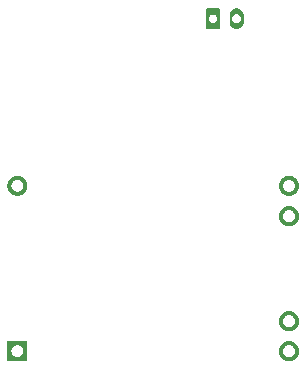
<source format=gbr>
%TF.GenerationSoftware,Flux,Pcbnew,7.0.11-7.0.11~ubuntu20.04.1*%
%TF.CreationDate,2024-08-13T10:52:44+00:00*%
%TF.ProjectId,input,696e7075-742e-46b6-9963-61645f706362,rev?*%
%TF.SameCoordinates,Original*%
%TF.FileFunction,Soldermask,Bot*%
%TF.FilePolarity,Negative*%
%FSLAX46Y46*%
G04 Gerber Fmt 4.6, Leading zero omitted, Abs format (unit mm)*
G04 Filename: wirelessvoltmeter*
G04 Build it with Flux! Visit our site at: https://www.flux.ai (PCBNEW 7.0.11-7.0.11~ubuntu20.04.1) date 2024-08-13 10:52:44*
%MOMM*%
%LPD*%
G01*
G04 APERTURE LIST*
G04 APERTURE END LIST*
%TO.C,*%
G36*
X14607639Y6873374D02*
G01*
X14636946Y6870488D01*
X14666077Y6866167D01*
X14694961Y6860421D01*
X14723528Y6853266D01*
X14751709Y6844717D01*
X14779437Y6834796D01*
X14806645Y6823526D01*
X14833267Y6810935D01*
X14859239Y6797052D01*
X14884499Y6781912D01*
X14908985Y6765551D01*
X14932639Y6748008D01*
X14955404Y6729325D01*
X14977224Y6709548D01*
X14998048Y6688724D01*
X15017825Y6666904D01*
X15036508Y6644139D01*
X15054051Y6620485D01*
X15070412Y6595999D01*
X15085552Y6570739D01*
X15099435Y6544767D01*
X15112026Y6518145D01*
X15123296Y6490937D01*
X15133217Y6463209D01*
X15141766Y6435028D01*
X15148921Y6406461D01*
X15154667Y6377577D01*
X15158988Y6348446D01*
X15161874Y6319139D01*
X15163319Y6289725D01*
X15163319Y5710275D01*
X15161874Y5680861D01*
X15158988Y5651554D01*
X15154667Y5622423D01*
X15148921Y5593539D01*
X15141766Y5564972D01*
X15133217Y5536791D01*
X15123296Y5509063D01*
X15112026Y5481855D01*
X15099435Y5455233D01*
X15085552Y5429261D01*
X15070412Y5404001D01*
X15054051Y5379515D01*
X15036508Y5355861D01*
X15017825Y5333096D01*
X14998048Y5311276D01*
X14977224Y5290452D01*
X14955404Y5270675D01*
X14932639Y5251992D01*
X14908985Y5234449D01*
X14884499Y5218088D01*
X14859239Y5202948D01*
X14833267Y5189065D01*
X14806645Y5176474D01*
X14779437Y5165204D01*
X14751709Y5155283D01*
X14723528Y5146734D01*
X14694961Y5139579D01*
X14666077Y5133833D01*
X14636946Y5129512D01*
X14607639Y5126626D01*
X14578225Y5125181D01*
X14548775Y5125181D01*
X14519361Y5126626D01*
X14490054Y5129512D01*
X14460923Y5133833D01*
X14432039Y5139579D01*
X14403472Y5146734D01*
X14375291Y5155283D01*
X14347563Y5165204D01*
X14320355Y5176474D01*
X14293733Y5189065D01*
X14267761Y5202948D01*
X14242501Y5218088D01*
X14218015Y5234449D01*
X14194361Y5251992D01*
X14171596Y5270675D01*
X14149776Y5290452D01*
X14128952Y5311276D01*
X14109175Y5333096D01*
X14090492Y5355861D01*
X14072949Y5379515D01*
X14056588Y5404001D01*
X14041448Y5429261D01*
X14027565Y5455233D01*
X14014974Y5481855D01*
X14003704Y5509063D01*
X13993783Y5536791D01*
X13985234Y5564972D01*
X13978079Y5593539D01*
X13972333Y5622423D01*
X13968012Y5651554D01*
X13965126Y5680861D01*
X13963681Y5710275D01*
X13963681Y5739725D01*
X13963681Y5990797D01*
X14188613Y5990797D01*
X14189516Y5972413D01*
X14191320Y5954096D01*
X14194021Y5935889D01*
X14197612Y5917837D01*
X14202084Y5899983D01*
X14207427Y5882369D01*
X14213628Y5865039D01*
X14220671Y5848035D01*
X14228541Y5831396D01*
X14237217Y5815163D01*
X14246680Y5799376D01*
X14256906Y5784072D01*
X14267870Y5769288D01*
X14279547Y5755060D01*
X14291907Y5741422D01*
X14304922Y5728407D01*
X14318560Y5716047D01*
X14332788Y5704370D01*
X14347572Y5693406D01*
X14362876Y5683180D01*
X14378663Y5673717D01*
X14394896Y5665041D01*
X14411535Y5657171D01*
X14428539Y5650128D01*
X14445869Y5643927D01*
X14463483Y5638584D01*
X14481337Y5634112D01*
X14499389Y5630521D01*
X14517596Y5627820D01*
X14535913Y5626016D01*
X14554297Y5625113D01*
X14572703Y5625113D01*
X14591087Y5626016D01*
X14609404Y5627820D01*
X14627611Y5630521D01*
X14645663Y5634112D01*
X14663517Y5638584D01*
X14681131Y5643927D01*
X14698461Y5650128D01*
X14715465Y5657171D01*
X14732104Y5665041D01*
X14748337Y5673717D01*
X14764124Y5683180D01*
X14779428Y5693406D01*
X14794212Y5704370D01*
X14808440Y5716047D01*
X14822078Y5728407D01*
X14835093Y5741422D01*
X14847453Y5755060D01*
X14859130Y5769288D01*
X14870094Y5784072D01*
X14880320Y5799376D01*
X14889783Y5815163D01*
X14898459Y5831396D01*
X14906329Y5848035D01*
X14913372Y5865039D01*
X14919573Y5882369D01*
X14924916Y5899983D01*
X14929388Y5917837D01*
X14932979Y5935889D01*
X14935680Y5954096D01*
X14937484Y5972413D01*
X14938387Y5990797D01*
X14938387Y6009203D01*
X14937484Y6027587D01*
X14935680Y6045904D01*
X14932979Y6064111D01*
X14929388Y6082163D01*
X14924916Y6100017D01*
X14919573Y6117631D01*
X14913372Y6134961D01*
X14906329Y6151965D01*
X14898459Y6168604D01*
X14889783Y6184837D01*
X14880320Y6200624D01*
X14870094Y6215928D01*
X14859130Y6230712D01*
X14847453Y6244940D01*
X14835093Y6258578D01*
X14822078Y6271593D01*
X14808440Y6283953D01*
X14794212Y6295630D01*
X14779428Y6306594D01*
X14764124Y6316820D01*
X14748337Y6326283D01*
X14732104Y6334959D01*
X14715465Y6342829D01*
X14698461Y6349872D01*
X14681131Y6356073D01*
X14663517Y6361416D01*
X14645663Y6365888D01*
X14627611Y6369479D01*
X14609404Y6372180D01*
X14591087Y6373984D01*
X14572703Y6374887D01*
X14554297Y6374887D01*
X14535913Y6373984D01*
X14517596Y6372180D01*
X14499389Y6369479D01*
X14481337Y6365888D01*
X14463483Y6361416D01*
X14445869Y6356073D01*
X14428539Y6349872D01*
X14411535Y6342829D01*
X14394896Y6334959D01*
X14378663Y6326283D01*
X14362876Y6316820D01*
X14347572Y6306594D01*
X14332788Y6295630D01*
X14318560Y6283953D01*
X14304922Y6271593D01*
X14291907Y6258578D01*
X14279547Y6244940D01*
X14267870Y6230712D01*
X14256906Y6215928D01*
X14246680Y6200624D01*
X14237217Y6184837D01*
X14228541Y6168604D01*
X14220671Y6151965D01*
X14213628Y6134961D01*
X14207427Y6117631D01*
X14202084Y6100017D01*
X14197612Y6082163D01*
X14194021Y6064111D01*
X14191320Y6045904D01*
X14189516Y6027587D01*
X14188613Y6009203D01*
X14188613Y5990797D01*
X13963681Y5990797D01*
X13963681Y6289725D01*
X13965126Y6319139D01*
X13968012Y6348446D01*
X13972333Y6377577D01*
X13978079Y6406461D01*
X13985234Y6435028D01*
X13993783Y6463209D01*
X14003704Y6490937D01*
X14014974Y6518145D01*
X14027565Y6544767D01*
X14041448Y6570739D01*
X14056588Y6595999D01*
X14072949Y6620485D01*
X14090492Y6644139D01*
X14109175Y6666904D01*
X14128952Y6688724D01*
X14149776Y6709548D01*
X14171596Y6729325D01*
X14194361Y6748008D01*
X14218015Y6765551D01*
X14242501Y6781912D01*
X14267761Y6797052D01*
X14293733Y6810935D01*
X14320355Y6823526D01*
X14347563Y6834796D01*
X14375291Y6844717D01*
X14403472Y6853266D01*
X14432039Y6860421D01*
X14460923Y6866167D01*
X14490054Y6870488D01*
X14519361Y6873374D01*
X14548775Y6874819D01*
X14578225Y6874819D01*
X14607639Y6873374D01*
G37*
G36*
X13040881Y6874719D02*
G01*
X13049425Y6873878D01*
X13057896Y6872479D01*
X13066257Y6870529D01*
X13074473Y6868037D01*
X13082508Y6865013D01*
X13090328Y6861470D01*
X13097900Y6857423D01*
X13105191Y6852889D01*
X13112169Y6847888D01*
X13118806Y6842441D01*
X13125072Y6836572D01*
X13130941Y6830306D01*
X13136388Y6823669D01*
X13141389Y6816691D01*
X13145923Y6809400D01*
X13149970Y6801828D01*
X13153513Y6794008D01*
X13156537Y6785973D01*
X13159029Y6777757D01*
X13160979Y6769396D01*
X13162378Y6760925D01*
X13163219Y6752381D01*
X13163500Y6743800D01*
X13163500Y5256200D01*
X13163219Y5247619D01*
X13162378Y5239075D01*
X13160979Y5230604D01*
X13159029Y5222243D01*
X13156537Y5214027D01*
X13153513Y5205992D01*
X13149970Y5198172D01*
X13145923Y5190600D01*
X13141389Y5183309D01*
X13136388Y5176331D01*
X13130941Y5169694D01*
X13125072Y5163428D01*
X13118806Y5157559D01*
X13112169Y5152112D01*
X13105191Y5147111D01*
X13097900Y5142577D01*
X13090328Y5138530D01*
X13082508Y5134987D01*
X13074473Y5131963D01*
X13066257Y5129471D01*
X13057896Y5127521D01*
X13049425Y5126122D01*
X13040881Y5125281D01*
X13032300Y5125000D01*
X12094700Y5125000D01*
X12086119Y5125281D01*
X12077575Y5126122D01*
X12069104Y5127521D01*
X12060743Y5129471D01*
X12052527Y5131963D01*
X12044492Y5134987D01*
X12036672Y5138530D01*
X12029100Y5142577D01*
X12021809Y5147111D01*
X12014831Y5152112D01*
X12008194Y5157559D01*
X12001928Y5163428D01*
X11996059Y5169694D01*
X11990612Y5176331D01*
X11985611Y5183309D01*
X11981077Y5190600D01*
X11977030Y5198172D01*
X11973487Y5205992D01*
X11970463Y5214027D01*
X11967971Y5222243D01*
X11966021Y5230604D01*
X11964622Y5239075D01*
X11963781Y5247619D01*
X11963500Y5256200D01*
X11963500Y5991411D01*
X12213605Y5991411D01*
X12214448Y5974252D01*
X12216132Y5957156D01*
X12218653Y5940163D01*
X12222004Y5923315D01*
X12226178Y5906651D01*
X12231165Y5890211D01*
X12236953Y5874037D01*
X12243527Y5858166D01*
X12250871Y5842636D01*
X12258970Y5827486D01*
X12267801Y5812751D01*
X12277345Y5798467D01*
X12287579Y5784669D01*
X12298477Y5771390D01*
X12310014Y5758661D01*
X12322161Y5746514D01*
X12334890Y5734977D01*
X12348169Y5724079D01*
X12361967Y5713845D01*
X12376251Y5704301D01*
X12390986Y5695470D01*
X12406136Y5687371D01*
X12421666Y5680027D01*
X12437537Y5673453D01*
X12453711Y5667665D01*
X12470151Y5662678D01*
X12486815Y5658504D01*
X12503663Y5655153D01*
X12520656Y5652632D01*
X12537752Y5650948D01*
X12554911Y5650105D01*
X12572089Y5650105D01*
X12589248Y5650948D01*
X12606344Y5652632D01*
X12623337Y5655153D01*
X12640185Y5658504D01*
X12656849Y5662678D01*
X12673289Y5667665D01*
X12689463Y5673453D01*
X12705334Y5680027D01*
X12720864Y5687371D01*
X12736014Y5695470D01*
X12750749Y5704301D01*
X12765033Y5713845D01*
X12778831Y5724079D01*
X12792110Y5734977D01*
X12797127Y5739524D01*
X12804839Y5746514D01*
X12816986Y5758661D01*
X12828523Y5771390D01*
X12839421Y5784669D01*
X12849655Y5798467D01*
X12859199Y5812751D01*
X12868030Y5827486D01*
X12876129Y5842636D01*
X12883473Y5858166D01*
X12890047Y5874037D01*
X12895835Y5890211D01*
X12900822Y5906651D01*
X12904996Y5923315D01*
X12908347Y5940163D01*
X12910868Y5957156D01*
X12912552Y5974252D01*
X12913395Y5991411D01*
X12913395Y6008589D01*
X12912552Y6025748D01*
X12910868Y6042844D01*
X12908347Y6059837D01*
X12904996Y6076685D01*
X12900822Y6093349D01*
X12895835Y6109789D01*
X12890047Y6125963D01*
X12883473Y6141834D01*
X12876129Y6157364D01*
X12868030Y6172514D01*
X12859199Y6187249D01*
X12849655Y6201533D01*
X12839421Y6215331D01*
X12828523Y6228610D01*
X12816986Y6241339D01*
X12804839Y6253486D01*
X12792110Y6265023D01*
X12778831Y6275921D01*
X12765033Y6286155D01*
X12750749Y6295699D01*
X12736014Y6304530D01*
X12720864Y6312629D01*
X12705334Y6319973D01*
X12689463Y6326547D01*
X12673289Y6332335D01*
X12656849Y6337322D01*
X12640185Y6341496D01*
X12623337Y6344847D01*
X12606344Y6347368D01*
X12589248Y6349052D01*
X12572089Y6349895D01*
X12554911Y6349895D01*
X12537752Y6349052D01*
X12520656Y6347368D01*
X12503663Y6344847D01*
X12486815Y6341496D01*
X12470151Y6337322D01*
X12453711Y6332335D01*
X12437537Y6326547D01*
X12421666Y6319973D01*
X12406136Y6312629D01*
X12390986Y6304530D01*
X12376251Y6295699D01*
X12361967Y6286155D01*
X12348169Y6275921D01*
X12334890Y6265023D01*
X12322161Y6253486D01*
X12310014Y6241339D01*
X12298477Y6228610D01*
X12287579Y6215331D01*
X12277345Y6201533D01*
X12267801Y6187249D01*
X12258970Y6172514D01*
X12250871Y6157364D01*
X12243527Y6141834D01*
X12236953Y6125963D01*
X12231165Y6109789D01*
X12226178Y6093349D01*
X12222004Y6076685D01*
X12218653Y6059837D01*
X12216132Y6042844D01*
X12214448Y6025748D01*
X12213605Y6008589D01*
X12213605Y5991411D01*
X11963500Y5991411D01*
X11963500Y6743800D01*
X11963781Y6752381D01*
X11964622Y6760925D01*
X11966021Y6769396D01*
X11967971Y6777757D01*
X11970463Y6785973D01*
X11973487Y6794008D01*
X11977030Y6801828D01*
X11981077Y6809400D01*
X11985611Y6816691D01*
X11990612Y6823669D01*
X11996059Y6830306D01*
X12001928Y6836572D01*
X12008194Y6842441D01*
X12014831Y6847888D01*
X12021809Y6852889D01*
X12029100Y6857423D01*
X12036672Y6861470D01*
X12044492Y6865013D01*
X12052527Y6868037D01*
X12060743Y6870529D01*
X12069104Y6872479D01*
X12077575Y6873878D01*
X12086119Y6874719D01*
X12094700Y6875000D01*
X13032300Y6875000D01*
X13040881Y6874719D01*
G37*
G36*
X19062530Y-9866503D02*
G01*
X19104049Y-9870592D01*
X19145318Y-9876714D01*
X19186236Y-9884853D01*
X19226706Y-9894990D01*
X19266629Y-9907101D01*
X19305911Y-9921156D01*
X19344455Y-9937122D01*
X19382170Y-9954959D01*
X19418963Y-9974626D01*
X19454748Y-9996074D01*
X19489437Y-10019253D01*
X19522947Y-10044106D01*
X19555197Y-10070572D01*
X19586109Y-10098590D01*
X19615610Y-10128091D01*
X19643628Y-10159003D01*
X19670094Y-10191253D01*
X19694947Y-10224763D01*
X19718126Y-10259452D01*
X19739574Y-10295237D01*
X19759241Y-10332030D01*
X19777078Y-10369745D01*
X19793044Y-10408289D01*
X19807099Y-10447571D01*
X19819210Y-10487494D01*
X19829347Y-10527964D01*
X19837486Y-10568882D01*
X19843608Y-10610151D01*
X19847697Y-10651670D01*
X19849744Y-10693340D01*
X19849744Y-10735060D01*
X19847697Y-10776730D01*
X19843608Y-10818249D01*
X19837486Y-10859518D01*
X19829347Y-10900436D01*
X19819210Y-10940906D01*
X19807099Y-10980829D01*
X19793044Y-11020111D01*
X19777078Y-11058655D01*
X19759241Y-11096370D01*
X19739574Y-11133163D01*
X19718126Y-11168948D01*
X19694947Y-11203637D01*
X19670094Y-11237147D01*
X19643628Y-11269397D01*
X19615610Y-11300309D01*
X19586109Y-11329810D01*
X19555197Y-11357828D01*
X19522947Y-11384294D01*
X19489437Y-11409147D01*
X19454748Y-11432326D01*
X19418963Y-11453774D01*
X19382170Y-11473441D01*
X19344455Y-11491278D01*
X19305911Y-11507244D01*
X19266629Y-11521299D01*
X19226706Y-11533410D01*
X19186236Y-11543547D01*
X19145318Y-11551686D01*
X19104049Y-11557808D01*
X19062530Y-11561897D01*
X19020860Y-11563944D01*
X18979140Y-11563944D01*
X18937470Y-11561897D01*
X18895951Y-11557808D01*
X18854682Y-11551686D01*
X18813764Y-11543547D01*
X18773294Y-11533410D01*
X18733371Y-11521299D01*
X18694089Y-11507244D01*
X18655545Y-11491278D01*
X18617830Y-11473441D01*
X18581037Y-11453774D01*
X18545252Y-11432326D01*
X18510563Y-11409147D01*
X18477053Y-11384294D01*
X18444803Y-11357828D01*
X18413891Y-11329810D01*
X18384390Y-11300309D01*
X18356372Y-11269397D01*
X18329906Y-11237147D01*
X18305053Y-11203637D01*
X18281874Y-11168948D01*
X18260426Y-11133163D01*
X18240759Y-11096370D01*
X18222922Y-11058655D01*
X18206956Y-11020111D01*
X18192901Y-10980829D01*
X18180790Y-10940906D01*
X18170653Y-10900436D01*
X18162514Y-10859518D01*
X18156392Y-10818249D01*
X18152303Y-10776730D01*
X18150256Y-10735060D01*
X18150256Y-10726471D01*
X18500151Y-10726471D01*
X18501355Y-10750982D01*
X18503760Y-10775405D01*
X18507361Y-10799681D01*
X18512149Y-10823751D01*
X18518112Y-10847556D01*
X18525236Y-10871041D01*
X18533504Y-10894148D01*
X18542895Y-10916821D01*
X18553388Y-10939006D01*
X18564957Y-10960649D01*
X18577573Y-10981699D01*
X18591208Y-11002104D01*
X18605827Y-11021816D01*
X18621396Y-11040786D01*
X18637876Y-11058970D01*
X18655230Y-11076324D01*
X18673414Y-11092804D01*
X18692384Y-11108373D01*
X18712096Y-11122992D01*
X18732501Y-11136627D01*
X18753551Y-11149243D01*
X18775194Y-11160812D01*
X18797379Y-11171305D01*
X18820052Y-11180696D01*
X18843159Y-11188964D01*
X18866644Y-11196088D01*
X18890449Y-11202051D01*
X18914519Y-11206839D01*
X18938795Y-11210440D01*
X18963218Y-11212845D01*
X18987729Y-11214049D01*
X19012271Y-11214049D01*
X19036782Y-11212845D01*
X19061205Y-11210440D01*
X19085481Y-11206839D01*
X19109551Y-11202051D01*
X19133356Y-11196088D01*
X19156841Y-11188964D01*
X19179948Y-11180696D01*
X19202621Y-11171305D01*
X19224806Y-11160812D01*
X19246449Y-11149243D01*
X19267499Y-11136627D01*
X19287904Y-11122992D01*
X19307616Y-11108373D01*
X19326586Y-11092804D01*
X19344770Y-11076324D01*
X19362124Y-11058970D01*
X19378604Y-11040786D01*
X19394173Y-11021816D01*
X19408792Y-11002104D01*
X19422427Y-10981699D01*
X19435043Y-10960649D01*
X19446612Y-10939006D01*
X19457105Y-10916821D01*
X19466496Y-10894148D01*
X19474764Y-10871041D01*
X19481888Y-10847556D01*
X19487851Y-10823751D01*
X19492639Y-10799681D01*
X19496240Y-10775405D01*
X19498645Y-10750982D01*
X19499849Y-10726471D01*
X19499849Y-10701929D01*
X19498645Y-10677418D01*
X19496240Y-10652995D01*
X19492639Y-10628719D01*
X19487851Y-10604649D01*
X19481888Y-10580844D01*
X19474764Y-10557359D01*
X19466496Y-10534252D01*
X19457105Y-10511579D01*
X19446612Y-10489394D01*
X19435043Y-10467751D01*
X19422427Y-10446701D01*
X19408792Y-10426296D01*
X19394173Y-10406584D01*
X19378604Y-10387614D01*
X19362124Y-10369430D01*
X19344770Y-10352076D01*
X19326586Y-10335596D01*
X19307616Y-10320027D01*
X19287904Y-10305408D01*
X19267499Y-10291773D01*
X19246449Y-10279157D01*
X19224806Y-10267588D01*
X19202621Y-10257095D01*
X19179948Y-10247704D01*
X19156841Y-10239436D01*
X19133356Y-10232312D01*
X19109551Y-10226349D01*
X19085481Y-10221561D01*
X19061205Y-10217960D01*
X19036782Y-10215555D01*
X19012271Y-10214351D01*
X18987729Y-10214351D01*
X18963218Y-10215555D01*
X18938795Y-10217960D01*
X18914519Y-10221561D01*
X18890449Y-10226349D01*
X18866644Y-10232312D01*
X18843159Y-10239436D01*
X18820052Y-10247704D01*
X18797379Y-10257095D01*
X18775194Y-10267588D01*
X18753551Y-10279157D01*
X18732501Y-10291773D01*
X18712096Y-10305408D01*
X18692384Y-10320027D01*
X18673414Y-10335596D01*
X18655230Y-10352076D01*
X18637876Y-10369430D01*
X18621396Y-10387614D01*
X18605827Y-10406584D01*
X18591208Y-10426296D01*
X18577573Y-10446701D01*
X18564957Y-10467751D01*
X18553388Y-10489394D01*
X18542895Y-10511579D01*
X18533504Y-10534252D01*
X18525236Y-10557359D01*
X18518112Y-10580844D01*
X18512149Y-10604649D01*
X18507361Y-10628719D01*
X18503760Y-10652995D01*
X18501355Y-10677418D01*
X18500151Y-10701929D01*
X18500151Y-10726471D01*
X18150256Y-10726471D01*
X18150256Y-10693340D01*
X18152303Y-10651670D01*
X18156392Y-10610151D01*
X18162514Y-10568882D01*
X18170653Y-10527964D01*
X18180790Y-10487494D01*
X18192901Y-10447571D01*
X18206956Y-10408289D01*
X18222922Y-10369745D01*
X18240759Y-10332030D01*
X18260426Y-10295237D01*
X18281874Y-10259452D01*
X18305053Y-10224763D01*
X18329906Y-10191253D01*
X18356372Y-10159003D01*
X18384390Y-10128091D01*
X18413891Y-10098590D01*
X18444803Y-10070572D01*
X18477053Y-10044106D01*
X18510563Y-10019253D01*
X18545252Y-9996074D01*
X18581037Y-9974626D01*
X18617830Y-9954959D01*
X18655545Y-9937122D01*
X18694089Y-9921156D01*
X18733371Y-9907101D01*
X18773294Y-9894990D01*
X18813764Y-9884853D01*
X18854682Y-9876714D01*
X18895951Y-9870592D01*
X18937470Y-9866503D01*
X18979140Y-9864456D01*
X19020860Y-9864456D01*
X19062530Y-9866503D01*
G37*
G36*
X19062530Y-21296503D02*
G01*
X19104049Y-21300592D01*
X19145318Y-21306714D01*
X19186236Y-21314853D01*
X19226706Y-21324990D01*
X19266629Y-21337101D01*
X19305911Y-21351156D01*
X19344455Y-21367122D01*
X19382170Y-21384959D01*
X19418963Y-21404626D01*
X19454748Y-21426074D01*
X19489437Y-21449253D01*
X19522947Y-21474106D01*
X19555197Y-21500572D01*
X19586109Y-21528590D01*
X19615610Y-21558091D01*
X19643628Y-21589003D01*
X19670094Y-21621253D01*
X19694947Y-21654763D01*
X19718126Y-21689452D01*
X19739574Y-21725237D01*
X19759241Y-21762030D01*
X19777078Y-21799745D01*
X19793044Y-21838289D01*
X19807099Y-21877571D01*
X19819210Y-21917494D01*
X19829347Y-21957964D01*
X19837486Y-21998882D01*
X19843608Y-22040151D01*
X19847697Y-22081670D01*
X19849744Y-22123340D01*
X19849744Y-22165060D01*
X19847697Y-22206730D01*
X19843608Y-22248249D01*
X19837486Y-22289518D01*
X19829347Y-22330436D01*
X19819210Y-22370906D01*
X19807099Y-22410829D01*
X19793044Y-22450111D01*
X19777078Y-22488655D01*
X19759241Y-22526370D01*
X19739574Y-22563163D01*
X19718126Y-22598948D01*
X19694947Y-22633637D01*
X19670094Y-22667147D01*
X19643628Y-22699397D01*
X19615610Y-22730309D01*
X19586109Y-22759810D01*
X19555197Y-22787828D01*
X19522947Y-22814294D01*
X19489437Y-22839147D01*
X19454748Y-22862326D01*
X19418963Y-22883774D01*
X19382170Y-22903441D01*
X19344455Y-22921278D01*
X19305911Y-22937244D01*
X19266629Y-22951299D01*
X19226706Y-22963410D01*
X19186236Y-22973547D01*
X19145318Y-22981686D01*
X19104049Y-22987808D01*
X19062530Y-22991897D01*
X19020860Y-22993944D01*
X18979140Y-22993944D01*
X18937470Y-22991897D01*
X18895951Y-22987808D01*
X18854682Y-22981686D01*
X18813764Y-22973547D01*
X18773294Y-22963410D01*
X18733371Y-22951299D01*
X18694089Y-22937244D01*
X18655545Y-22921278D01*
X18617830Y-22903441D01*
X18581037Y-22883774D01*
X18545252Y-22862326D01*
X18510563Y-22839147D01*
X18477053Y-22814294D01*
X18444803Y-22787828D01*
X18413891Y-22759810D01*
X18384390Y-22730309D01*
X18356372Y-22699397D01*
X18329906Y-22667147D01*
X18305053Y-22633637D01*
X18281874Y-22598948D01*
X18260426Y-22563163D01*
X18240759Y-22526370D01*
X18222922Y-22488655D01*
X18206956Y-22450111D01*
X18192901Y-22410829D01*
X18180790Y-22370906D01*
X18170653Y-22330436D01*
X18162514Y-22289518D01*
X18156392Y-22248249D01*
X18152303Y-22206730D01*
X18150256Y-22165060D01*
X18150256Y-22156471D01*
X18500151Y-22156471D01*
X18501355Y-22180982D01*
X18503760Y-22205405D01*
X18507361Y-22229681D01*
X18512149Y-22253751D01*
X18518112Y-22277556D01*
X18525236Y-22301041D01*
X18533504Y-22324148D01*
X18542895Y-22346821D01*
X18553388Y-22369006D01*
X18564957Y-22390649D01*
X18577573Y-22411699D01*
X18591208Y-22432104D01*
X18605827Y-22451816D01*
X18621396Y-22470786D01*
X18637876Y-22488970D01*
X18655230Y-22506324D01*
X18673414Y-22522804D01*
X18692384Y-22538373D01*
X18712096Y-22552992D01*
X18732501Y-22566627D01*
X18753551Y-22579243D01*
X18775194Y-22590812D01*
X18797379Y-22601305D01*
X18820052Y-22610696D01*
X18843159Y-22618964D01*
X18866644Y-22626088D01*
X18890449Y-22632051D01*
X18914519Y-22636839D01*
X18938795Y-22640440D01*
X18963218Y-22642845D01*
X18987729Y-22644049D01*
X19012271Y-22644049D01*
X19036782Y-22642845D01*
X19061205Y-22640440D01*
X19085481Y-22636839D01*
X19109551Y-22632051D01*
X19133356Y-22626088D01*
X19156841Y-22618964D01*
X19179948Y-22610696D01*
X19202621Y-22601305D01*
X19224806Y-22590812D01*
X19246449Y-22579243D01*
X19267499Y-22566627D01*
X19287904Y-22552992D01*
X19307616Y-22538373D01*
X19326586Y-22522804D01*
X19344770Y-22506324D01*
X19362124Y-22488970D01*
X19378604Y-22470786D01*
X19394173Y-22451816D01*
X19408792Y-22432104D01*
X19422427Y-22411699D01*
X19435043Y-22390649D01*
X19446612Y-22369006D01*
X19457105Y-22346821D01*
X19466496Y-22324148D01*
X19474764Y-22301041D01*
X19481888Y-22277556D01*
X19487851Y-22253751D01*
X19492639Y-22229681D01*
X19496240Y-22205405D01*
X19498645Y-22180982D01*
X19499849Y-22156471D01*
X19499849Y-22131929D01*
X19498645Y-22107418D01*
X19496240Y-22082995D01*
X19492639Y-22058719D01*
X19487851Y-22034649D01*
X19481888Y-22010844D01*
X19474764Y-21987359D01*
X19466496Y-21964252D01*
X19457105Y-21941579D01*
X19446612Y-21919394D01*
X19435043Y-21897751D01*
X19422427Y-21876701D01*
X19408792Y-21856296D01*
X19394173Y-21836584D01*
X19378604Y-21817614D01*
X19362124Y-21799430D01*
X19344770Y-21782076D01*
X19326586Y-21765596D01*
X19307616Y-21750027D01*
X19287904Y-21735408D01*
X19267499Y-21721773D01*
X19246449Y-21709157D01*
X19224806Y-21697588D01*
X19202621Y-21687095D01*
X19179948Y-21677704D01*
X19156841Y-21669436D01*
X19133356Y-21662312D01*
X19109551Y-21656349D01*
X19085481Y-21651561D01*
X19061205Y-21647960D01*
X19036782Y-21645555D01*
X19012271Y-21644351D01*
X18987729Y-21644351D01*
X18963218Y-21645555D01*
X18938795Y-21647960D01*
X18914519Y-21651561D01*
X18890449Y-21656349D01*
X18866644Y-21662312D01*
X18843159Y-21669436D01*
X18820052Y-21677704D01*
X18797379Y-21687095D01*
X18775194Y-21697588D01*
X18753551Y-21709157D01*
X18732501Y-21721773D01*
X18712096Y-21735408D01*
X18692384Y-21750027D01*
X18673414Y-21765596D01*
X18655230Y-21782076D01*
X18637876Y-21799430D01*
X18621396Y-21817614D01*
X18605827Y-21836584D01*
X18591208Y-21856296D01*
X18577573Y-21876701D01*
X18564957Y-21897751D01*
X18553388Y-21919394D01*
X18542895Y-21941579D01*
X18533504Y-21964252D01*
X18525236Y-21987359D01*
X18518112Y-22010844D01*
X18512149Y-22034649D01*
X18507361Y-22058719D01*
X18503760Y-22082995D01*
X18501355Y-22107418D01*
X18500151Y-22131929D01*
X18500151Y-22156471D01*
X18150256Y-22156471D01*
X18150256Y-22123340D01*
X18152303Y-22081670D01*
X18156392Y-22040151D01*
X18162514Y-21998882D01*
X18170653Y-21957964D01*
X18180790Y-21917494D01*
X18192901Y-21877571D01*
X18206956Y-21838289D01*
X18222922Y-21799745D01*
X18240759Y-21762030D01*
X18260426Y-21725237D01*
X18281874Y-21689452D01*
X18305053Y-21654763D01*
X18329906Y-21621253D01*
X18356372Y-21589003D01*
X18384390Y-21558091D01*
X18413891Y-21528590D01*
X18444803Y-21500572D01*
X18477053Y-21474106D01*
X18510563Y-21449253D01*
X18545252Y-21426074D01*
X18581037Y-21404626D01*
X18617830Y-21384959D01*
X18655545Y-21367122D01*
X18694089Y-21351156D01*
X18733371Y-21337101D01*
X18773294Y-21324990D01*
X18813764Y-21314853D01*
X18854682Y-21306714D01*
X18895951Y-21300592D01*
X18937470Y-21296503D01*
X18979140Y-21294456D01*
X19020860Y-21294456D01*
X19062530Y-21296503D01*
G37*
G36*
X19062530Y-18756503D02*
G01*
X19104049Y-18760592D01*
X19145318Y-18766714D01*
X19186236Y-18774853D01*
X19226706Y-18784990D01*
X19266629Y-18797101D01*
X19305911Y-18811156D01*
X19344455Y-18827122D01*
X19382170Y-18844959D01*
X19418963Y-18864626D01*
X19454748Y-18886074D01*
X19489437Y-18909253D01*
X19522947Y-18934106D01*
X19555197Y-18960572D01*
X19586109Y-18988590D01*
X19615610Y-19018091D01*
X19643628Y-19049003D01*
X19670094Y-19081253D01*
X19694947Y-19114763D01*
X19718126Y-19149452D01*
X19739574Y-19185237D01*
X19759241Y-19222030D01*
X19777078Y-19259745D01*
X19793044Y-19298289D01*
X19807099Y-19337571D01*
X19819210Y-19377494D01*
X19829347Y-19417964D01*
X19837486Y-19458882D01*
X19843608Y-19500151D01*
X19847697Y-19541670D01*
X19849744Y-19583340D01*
X19849744Y-19625060D01*
X19847697Y-19666730D01*
X19843608Y-19708249D01*
X19837486Y-19749518D01*
X19829347Y-19790436D01*
X19819210Y-19830906D01*
X19807099Y-19870829D01*
X19793044Y-19910111D01*
X19777078Y-19948655D01*
X19759241Y-19986370D01*
X19739574Y-20023163D01*
X19718126Y-20058948D01*
X19694947Y-20093637D01*
X19670094Y-20127147D01*
X19643628Y-20159397D01*
X19615610Y-20190309D01*
X19586109Y-20219810D01*
X19555197Y-20247828D01*
X19522947Y-20274294D01*
X19489437Y-20299147D01*
X19454748Y-20322326D01*
X19418963Y-20343774D01*
X19382170Y-20363441D01*
X19344455Y-20381278D01*
X19305911Y-20397244D01*
X19266629Y-20411299D01*
X19226706Y-20423410D01*
X19186236Y-20433547D01*
X19145318Y-20441686D01*
X19104049Y-20447808D01*
X19062530Y-20451897D01*
X19020860Y-20453944D01*
X18979140Y-20453944D01*
X18937470Y-20451897D01*
X18895951Y-20447808D01*
X18854682Y-20441686D01*
X18813764Y-20433547D01*
X18773294Y-20423410D01*
X18733371Y-20411299D01*
X18694089Y-20397244D01*
X18655545Y-20381278D01*
X18617830Y-20363441D01*
X18581037Y-20343774D01*
X18545252Y-20322326D01*
X18510563Y-20299147D01*
X18477053Y-20274294D01*
X18444803Y-20247828D01*
X18413891Y-20219810D01*
X18384390Y-20190309D01*
X18356372Y-20159397D01*
X18329906Y-20127147D01*
X18305053Y-20093637D01*
X18281874Y-20058948D01*
X18260426Y-20023163D01*
X18240759Y-19986370D01*
X18222922Y-19948655D01*
X18206956Y-19910111D01*
X18192901Y-19870829D01*
X18180790Y-19830906D01*
X18170653Y-19790436D01*
X18162514Y-19749518D01*
X18156392Y-19708249D01*
X18152303Y-19666730D01*
X18150256Y-19625060D01*
X18150256Y-19616471D01*
X18500151Y-19616471D01*
X18501355Y-19640982D01*
X18503760Y-19665405D01*
X18507361Y-19689681D01*
X18512149Y-19713751D01*
X18518112Y-19737556D01*
X18525236Y-19761041D01*
X18533504Y-19784148D01*
X18542895Y-19806821D01*
X18553388Y-19829006D01*
X18564957Y-19850649D01*
X18577573Y-19871699D01*
X18591208Y-19892104D01*
X18605827Y-19911816D01*
X18621396Y-19930786D01*
X18637876Y-19948970D01*
X18655230Y-19966324D01*
X18673414Y-19982804D01*
X18692384Y-19998373D01*
X18712096Y-20012992D01*
X18732501Y-20026627D01*
X18753551Y-20039243D01*
X18775194Y-20050812D01*
X18797379Y-20061305D01*
X18820052Y-20070696D01*
X18843159Y-20078964D01*
X18866644Y-20086088D01*
X18890449Y-20092051D01*
X18914519Y-20096839D01*
X18938795Y-20100440D01*
X18963218Y-20102845D01*
X18987729Y-20104049D01*
X19012271Y-20104049D01*
X19036782Y-20102845D01*
X19061205Y-20100440D01*
X19085481Y-20096839D01*
X19109551Y-20092051D01*
X19133356Y-20086088D01*
X19156841Y-20078964D01*
X19179948Y-20070696D01*
X19202621Y-20061305D01*
X19224806Y-20050812D01*
X19246449Y-20039243D01*
X19267499Y-20026627D01*
X19287904Y-20012992D01*
X19307616Y-19998373D01*
X19326586Y-19982804D01*
X19344770Y-19966324D01*
X19362124Y-19948970D01*
X19378604Y-19930786D01*
X19394173Y-19911816D01*
X19408792Y-19892104D01*
X19422427Y-19871699D01*
X19435043Y-19850649D01*
X19446612Y-19829006D01*
X19457105Y-19806821D01*
X19466496Y-19784148D01*
X19474764Y-19761041D01*
X19481888Y-19737556D01*
X19487851Y-19713751D01*
X19492639Y-19689681D01*
X19496240Y-19665405D01*
X19498645Y-19640982D01*
X19499849Y-19616471D01*
X19499849Y-19591929D01*
X19498645Y-19567418D01*
X19496240Y-19542995D01*
X19492639Y-19518719D01*
X19487851Y-19494649D01*
X19481888Y-19470844D01*
X19474764Y-19447359D01*
X19466496Y-19424252D01*
X19457105Y-19401579D01*
X19446612Y-19379394D01*
X19435043Y-19357751D01*
X19422427Y-19336701D01*
X19408792Y-19316296D01*
X19394173Y-19296584D01*
X19378604Y-19277614D01*
X19362124Y-19259430D01*
X19344770Y-19242076D01*
X19326586Y-19225596D01*
X19307616Y-19210027D01*
X19287904Y-19195408D01*
X19267499Y-19181773D01*
X19246449Y-19169157D01*
X19224806Y-19157588D01*
X19202621Y-19147095D01*
X19179948Y-19137704D01*
X19156841Y-19129436D01*
X19133356Y-19122312D01*
X19109551Y-19116349D01*
X19085481Y-19111561D01*
X19061205Y-19107960D01*
X19036782Y-19105555D01*
X19012271Y-19104351D01*
X18987729Y-19104351D01*
X18963218Y-19105555D01*
X18938795Y-19107960D01*
X18914519Y-19111561D01*
X18890449Y-19116349D01*
X18866644Y-19122312D01*
X18843159Y-19129436D01*
X18820052Y-19137704D01*
X18797379Y-19147095D01*
X18775194Y-19157588D01*
X18753551Y-19169157D01*
X18732501Y-19181773D01*
X18712096Y-19195408D01*
X18692384Y-19210027D01*
X18673414Y-19225596D01*
X18655230Y-19242076D01*
X18637876Y-19259430D01*
X18621396Y-19277614D01*
X18605827Y-19296584D01*
X18591208Y-19316296D01*
X18577573Y-19336701D01*
X18564957Y-19357751D01*
X18553388Y-19379394D01*
X18542895Y-19401579D01*
X18533504Y-19424252D01*
X18525236Y-19447359D01*
X18518112Y-19470844D01*
X18512149Y-19494649D01*
X18507361Y-19518719D01*
X18503760Y-19542995D01*
X18501355Y-19567418D01*
X18500151Y-19591929D01*
X18500151Y-19616471D01*
X18150256Y-19616471D01*
X18150256Y-19583340D01*
X18152303Y-19541670D01*
X18156392Y-19500151D01*
X18162514Y-19458882D01*
X18170653Y-19417964D01*
X18180790Y-19377494D01*
X18192901Y-19337571D01*
X18206956Y-19298289D01*
X18222922Y-19259745D01*
X18240759Y-19222030D01*
X18260426Y-19185237D01*
X18281874Y-19149452D01*
X18305053Y-19114763D01*
X18329906Y-19081253D01*
X18356372Y-19049003D01*
X18384390Y-19018091D01*
X18413891Y-18988590D01*
X18444803Y-18960572D01*
X18477053Y-18934106D01*
X18510563Y-18909253D01*
X18545252Y-18886074D01*
X18581037Y-18864626D01*
X18617830Y-18844959D01*
X18655545Y-18827122D01*
X18694089Y-18811156D01*
X18733371Y-18797101D01*
X18773294Y-18784990D01*
X18813764Y-18774853D01*
X18854682Y-18766714D01*
X18895951Y-18760592D01*
X18937470Y-18756503D01*
X18979140Y-18754456D01*
X19020860Y-18754456D01*
X19062530Y-18756503D01*
G37*
G36*
X-3150000Y-21294200D02*
G01*
X-3150000Y-22994200D01*
X-4850000Y-22994200D01*
X-4850000Y-22156471D01*
X-4499849Y-22156471D01*
X-4498645Y-22180982D01*
X-4496240Y-22205405D01*
X-4492639Y-22229681D01*
X-4487851Y-22253751D01*
X-4481888Y-22277556D01*
X-4474764Y-22301041D01*
X-4466496Y-22324148D01*
X-4457105Y-22346821D01*
X-4446612Y-22369006D01*
X-4435043Y-22390649D01*
X-4422427Y-22411699D01*
X-4408792Y-22432104D01*
X-4394173Y-22451816D01*
X-4378604Y-22470786D01*
X-4362124Y-22488970D01*
X-4344770Y-22506324D01*
X-4326586Y-22522804D01*
X-4307616Y-22538373D01*
X-4287904Y-22552992D01*
X-4267499Y-22566627D01*
X-4246449Y-22579243D01*
X-4224806Y-22590812D01*
X-4202621Y-22601305D01*
X-4179948Y-22610696D01*
X-4156841Y-22618964D01*
X-4133356Y-22626088D01*
X-4109551Y-22632051D01*
X-4085481Y-22636839D01*
X-4061205Y-22640440D01*
X-4036782Y-22642845D01*
X-4012271Y-22644049D01*
X-3987729Y-22644049D01*
X-3963218Y-22642845D01*
X-3938795Y-22640440D01*
X-3914519Y-22636839D01*
X-3890449Y-22632051D01*
X-3866644Y-22626088D01*
X-3843159Y-22618964D01*
X-3820052Y-22610696D01*
X-3797379Y-22601305D01*
X-3775194Y-22590812D01*
X-3753551Y-22579243D01*
X-3732501Y-22566627D01*
X-3712096Y-22552992D01*
X-3692384Y-22538373D01*
X-3673414Y-22522804D01*
X-3655230Y-22506324D01*
X-3637876Y-22488970D01*
X-3621396Y-22470786D01*
X-3605827Y-22451816D01*
X-3591208Y-22432104D01*
X-3577573Y-22411699D01*
X-3564957Y-22390649D01*
X-3553388Y-22369006D01*
X-3542895Y-22346821D01*
X-3533504Y-22324148D01*
X-3525236Y-22301041D01*
X-3518112Y-22277556D01*
X-3512149Y-22253751D01*
X-3507361Y-22229681D01*
X-3503760Y-22205405D01*
X-3501355Y-22180982D01*
X-3500151Y-22156471D01*
X-3500151Y-22131929D01*
X-3501355Y-22107418D01*
X-3503760Y-22082995D01*
X-3507361Y-22058719D01*
X-3512149Y-22034649D01*
X-3518112Y-22010844D01*
X-3525236Y-21987359D01*
X-3533504Y-21964252D01*
X-3542895Y-21941579D01*
X-3553388Y-21919394D01*
X-3564957Y-21897751D01*
X-3577573Y-21876701D01*
X-3591208Y-21856296D01*
X-3605827Y-21836584D01*
X-3621396Y-21817614D01*
X-3637876Y-21799430D01*
X-3655230Y-21782076D01*
X-3673414Y-21765596D01*
X-3692384Y-21750027D01*
X-3712096Y-21735408D01*
X-3732501Y-21721773D01*
X-3753551Y-21709157D01*
X-3775194Y-21697588D01*
X-3778809Y-21695877D01*
X-3797379Y-21687095D01*
X-3820052Y-21677704D01*
X-3843159Y-21669436D01*
X-3866644Y-21662312D01*
X-3890449Y-21656349D01*
X-3914519Y-21651561D01*
X-3938795Y-21647960D01*
X-3963218Y-21645555D01*
X-3987729Y-21644351D01*
X-4012271Y-21644351D01*
X-4036782Y-21645555D01*
X-4061205Y-21647960D01*
X-4085481Y-21651561D01*
X-4109551Y-21656349D01*
X-4133356Y-21662312D01*
X-4156841Y-21669436D01*
X-4179948Y-21677704D01*
X-4202621Y-21687095D01*
X-4224806Y-21697588D01*
X-4246449Y-21709157D01*
X-4267499Y-21721773D01*
X-4287904Y-21735408D01*
X-4307616Y-21750027D01*
X-4326586Y-21765596D01*
X-4344770Y-21782076D01*
X-4362124Y-21799430D01*
X-4378604Y-21817614D01*
X-4394173Y-21836584D01*
X-4408792Y-21856296D01*
X-4422427Y-21876701D01*
X-4435043Y-21897751D01*
X-4446612Y-21919394D01*
X-4457105Y-21941579D01*
X-4466496Y-21964252D01*
X-4474764Y-21987359D01*
X-4481888Y-22010844D01*
X-4487851Y-22034649D01*
X-4492639Y-22058719D01*
X-4496240Y-22082995D01*
X-4498645Y-22107418D01*
X-4499849Y-22131929D01*
X-4499849Y-22156471D01*
X-4850000Y-22156471D01*
X-4850000Y-21294200D01*
X-3150000Y-21294200D01*
G37*
G36*
X-3937470Y-7296503D02*
G01*
X-3895951Y-7300592D01*
X-3854682Y-7306714D01*
X-3813764Y-7314853D01*
X-3773294Y-7324990D01*
X-3733371Y-7337101D01*
X-3694089Y-7351156D01*
X-3655545Y-7367122D01*
X-3617830Y-7384959D01*
X-3581037Y-7404626D01*
X-3545252Y-7426074D01*
X-3510563Y-7449253D01*
X-3477053Y-7474106D01*
X-3444803Y-7500572D01*
X-3413891Y-7528590D01*
X-3384390Y-7558091D01*
X-3356372Y-7589003D01*
X-3329906Y-7621253D01*
X-3305053Y-7654763D01*
X-3281874Y-7689452D01*
X-3260426Y-7725237D01*
X-3240759Y-7762030D01*
X-3222922Y-7799745D01*
X-3206956Y-7838289D01*
X-3192901Y-7877571D01*
X-3180790Y-7917494D01*
X-3170653Y-7957964D01*
X-3162514Y-7998882D01*
X-3156392Y-8040151D01*
X-3152303Y-8081670D01*
X-3150256Y-8123340D01*
X-3150256Y-8165060D01*
X-3152303Y-8206730D01*
X-3156392Y-8248249D01*
X-3162514Y-8289518D01*
X-3170653Y-8330436D01*
X-3180790Y-8370906D01*
X-3192901Y-8410829D01*
X-3206956Y-8450111D01*
X-3222922Y-8488655D01*
X-3240759Y-8526370D01*
X-3260426Y-8563163D01*
X-3281874Y-8598948D01*
X-3305053Y-8633637D01*
X-3329906Y-8667147D01*
X-3356372Y-8699397D01*
X-3384390Y-8730309D01*
X-3413891Y-8759810D01*
X-3444803Y-8787828D01*
X-3477053Y-8814294D01*
X-3510563Y-8839147D01*
X-3545252Y-8862326D01*
X-3581037Y-8883774D01*
X-3617830Y-8903441D01*
X-3655545Y-8921278D01*
X-3694089Y-8937244D01*
X-3733371Y-8951299D01*
X-3773294Y-8963410D01*
X-3813764Y-8973547D01*
X-3854682Y-8981686D01*
X-3895951Y-8987808D01*
X-3937470Y-8991897D01*
X-3979140Y-8993944D01*
X-4020860Y-8993944D01*
X-4062530Y-8991897D01*
X-4104049Y-8987808D01*
X-4145318Y-8981686D01*
X-4186236Y-8973547D01*
X-4226706Y-8963410D01*
X-4266629Y-8951299D01*
X-4305911Y-8937244D01*
X-4344455Y-8921278D01*
X-4382170Y-8903441D01*
X-4418963Y-8883774D01*
X-4454748Y-8862326D01*
X-4489437Y-8839147D01*
X-4522947Y-8814294D01*
X-4555197Y-8787828D01*
X-4586109Y-8759810D01*
X-4615610Y-8730309D01*
X-4643628Y-8699397D01*
X-4670094Y-8667147D01*
X-4694947Y-8633637D01*
X-4718126Y-8598948D01*
X-4739574Y-8563163D01*
X-4759241Y-8526370D01*
X-4777078Y-8488655D01*
X-4793044Y-8450111D01*
X-4807099Y-8410829D01*
X-4819210Y-8370906D01*
X-4829347Y-8330436D01*
X-4837486Y-8289518D01*
X-4843608Y-8248249D01*
X-4847697Y-8206730D01*
X-4849744Y-8165060D01*
X-4849744Y-8156471D01*
X-4499849Y-8156471D01*
X-4498645Y-8180982D01*
X-4496240Y-8205405D01*
X-4492639Y-8229681D01*
X-4487851Y-8253751D01*
X-4481888Y-8277556D01*
X-4474764Y-8301041D01*
X-4466496Y-8324148D01*
X-4457105Y-8346821D01*
X-4446612Y-8369006D01*
X-4435043Y-8390649D01*
X-4422427Y-8411699D01*
X-4408792Y-8432104D01*
X-4394173Y-8451816D01*
X-4378604Y-8470786D01*
X-4362124Y-8488970D01*
X-4344770Y-8506324D01*
X-4326586Y-8522804D01*
X-4307616Y-8538373D01*
X-4287904Y-8552992D01*
X-4267499Y-8566627D01*
X-4246449Y-8579243D01*
X-4224806Y-8590812D01*
X-4202621Y-8601305D01*
X-4179948Y-8610696D01*
X-4156841Y-8618964D01*
X-4133356Y-8626088D01*
X-4109551Y-8632051D01*
X-4085481Y-8636839D01*
X-4061205Y-8640440D01*
X-4036782Y-8642845D01*
X-4012271Y-8644049D01*
X-3987729Y-8644049D01*
X-3963218Y-8642845D01*
X-3938795Y-8640440D01*
X-3914519Y-8636839D01*
X-3890449Y-8632051D01*
X-3866644Y-8626088D01*
X-3843159Y-8618964D01*
X-3820052Y-8610696D01*
X-3797379Y-8601305D01*
X-3775194Y-8590812D01*
X-3753551Y-8579243D01*
X-3732501Y-8566627D01*
X-3712096Y-8552992D01*
X-3692384Y-8538373D01*
X-3673414Y-8522804D01*
X-3655230Y-8506324D01*
X-3637876Y-8488970D01*
X-3621396Y-8470786D01*
X-3605827Y-8451816D01*
X-3591208Y-8432104D01*
X-3577573Y-8411699D01*
X-3564957Y-8390649D01*
X-3553388Y-8369006D01*
X-3542895Y-8346821D01*
X-3533504Y-8324148D01*
X-3525236Y-8301041D01*
X-3518112Y-8277556D01*
X-3512149Y-8253751D01*
X-3507361Y-8229681D01*
X-3503760Y-8205405D01*
X-3501355Y-8180982D01*
X-3500151Y-8156471D01*
X-3500151Y-8131929D01*
X-3501355Y-8107418D01*
X-3503760Y-8082995D01*
X-3507361Y-8058719D01*
X-3512149Y-8034649D01*
X-3518112Y-8010844D01*
X-3525236Y-7987359D01*
X-3533504Y-7964252D01*
X-3542895Y-7941579D01*
X-3553388Y-7919394D01*
X-3564957Y-7897751D01*
X-3577573Y-7876701D01*
X-3591208Y-7856296D01*
X-3605827Y-7836584D01*
X-3621396Y-7817614D01*
X-3637876Y-7799430D01*
X-3655230Y-7782076D01*
X-3673414Y-7765596D01*
X-3692384Y-7750027D01*
X-3712096Y-7735408D01*
X-3732501Y-7721773D01*
X-3753551Y-7709157D01*
X-3775194Y-7697588D01*
X-3797379Y-7687095D01*
X-3820052Y-7677704D01*
X-3843159Y-7669436D01*
X-3866644Y-7662312D01*
X-3890449Y-7656349D01*
X-3914519Y-7651561D01*
X-3938795Y-7647960D01*
X-3963218Y-7645555D01*
X-3987729Y-7644351D01*
X-4012271Y-7644351D01*
X-4036782Y-7645555D01*
X-4061205Y-7647960D01*
X-4085481Y-7651561D01*
X-4109551Y-7656349D01*
X-4133356Y-7662312D01*
X-4156841Y-7669436D01*
X-4179948Y-7677704D01*
X-4202621Y-7687095D01*
X-4224806Y-7697588D01*
X-4246449Y-7709157D01*
X-4267499Y-7721773D01*
X-4287904Y-7735408D01*
X-4307616Y-7750027D01*
X-4326586Y-7765596D01*
X-4344770Y-7782076D01*
X-4362124Y-7799430D01*
X-4378604Y-7817614D01*
X-4394173Y-7836584D01*
X-4408792Y-7856296D01*
X-4422427Y-7876701D01*
X-4435043Y-7897751D01*
X-4446612Y-7919394D01*
X-4457105Y-7941579D01*
X-4466496Y-7964252D01*
X-4474764Y-7987359D01*
X-4481888Y-8010844D01*
X-4487851Y-8034649D01*
X-4492639Y-8058719D01*
X-4496240Y-8082995D01*
X-4498645Y-8107418D01*
X-4499849Y-8131929D01*
X-4499849Y-8156471D01*
X-4849744Y-8156471D01*
X-4849744Y-8123340D01*
X-4847697Y-8081670D01*
X-4843608Y-8040151D01*
X-4837486Y-7998882D01*
X-4829347Y-7957964D01*
X-4819210Y-7917494D01*
X-4807099Y-7877571D01*
X-4793044Y-7838289D01*
X-4777078Y-7799745D01*
X-4759241Y-7762030D01*
X-4739574Y-7725237D01*
X-4718126Y-7689452D01*
X-4694947Y-7654763D01*
X-4670094Y-7621253D01*
X-4643628Y-7589003D01*
X-4615610Y-7558091D01*
X-4586109Y-7528590D01*
X-4555197Y-7500572D01*
X-4522947Y-7474106D01*
X-4489437Y-7449253D01*
X-4454748Y-7426074D01*
X-4418963Y-7404626D01*
X-4382170Y-7384959D01*
X-4344455Y-7367122D01*
X-4305911Y-7351156D01*
X-4266629Y-7337101D01*
X-4226706Y-7324990D01*
X-4186236Y-7314853D01*
X-4145318Y-7306714D01*
X-4104049Y-7300592D01*
X-4062530Y-7296503D01*
X-4020860Y-7294456D01*
X-3979140Y-7294456D01*
X-3937470Y-7296503D01*
G37*
G36*
X19062530Y-7296503D02*
G01*
X19104049Y-7300592D01*
X19145318Y-7306714D01*
X19186236Y-7314853D01*
X19226706Y-7324990D01*
X19266629Y-7337101D01*
X19305911Y-7351156D01*
X19344455Y-7367122D01*
X19382170Y-7384959D01*
X19418963Y-7404626D01*
X19454748Y-7426074D01*
X19489437Y-7449253D01*
X19522947Y-7474106D01*
X19555197Y-7500572D01*
X19586109Y-7528590D01*
X19615610Y-7558091D01*
X19643628Y-7589003D01*
X19670094Y-7621253D01*
X19694947Y-7654763D01*
X19718126Y-7689452D01*
X19739574Y-7725237D01*
X19759241Y-7762030D01*
X19777078Y-7799745D01*
X19793044Y-7838289D01*
X19807099Y-7877571D01*
X19819210Y-7917494D01*
X19829347Y-7957964D01*
X19837486Y-7998882D01*
X19843608Y-8040151D01*
X19847697Y-8081670D01*
X19849744Y-8123340D01*
X19849744Y-8165060D01*
X19847697Y-8206730D01*
X19843608Y-8248249D01*
X19837486Y-8289518D01*
X19829347Y-8330436D01*
X19819210Y-8370906D01*
X19807099Y-8410829D01*
X19793044Y-8450111D01*
X19777078Y-8488655D01*
X19759241Y-8526370D01*
X19739574Y-8563163D01*
X19718126Y-8598948D01*
X19694947Y-8633637D01*
X19670094Y-8667147D01*
X19643628Y-8699397D01*
X19615610Y-8730309D01*
X19586109Y-8759810D01*
X19555197Y-8787828D01*
X19522947Y-8814294D01*
X19489437Y-8839147D01*
X19454748Y-8862326D01*
X19418963Y-8883774D01*
X19382170Y-8903441D01*
X19344455Y-8921278D01*
X19305911Y-8937244D01*
X19266629Y-8951299D01*
X19226706Y-8963410D01*
X19186236Y-8973547D01*
X19145318Y-8981686D01*
X19104049Y-8987808D01*
X19062530Y-8991897D01*
X19020860Y-8993944D01*
X18979140Y-8993944D01*
X18937470Y-8991897D01*
X18895951Y-8987808D01*
X18854682Y-8981686D01*
X18813764Y-8973547D01*
X18773294Y-8963410D01*
X18733371Y-8951299D01*
X18694089Y-8937244D01*
X18655545Y-8921278D01*
X18617830Y-8903441D01*
X18581037Y-8883774D01*
X18545252Y-8862326D01*
X18510563Y-8839147D01*
X18477053Y-8814294D01*
X18444803Y-8787828D01*
X18413891Y-8759810D01*
X18384390Y-8730309D01*
X18356372Y-8699397D01*
X18329906Y-8667147D01*
X18305053Y-8633637D01*
X18281874Y-8598948D01*
X18260426Y-8563163D01*
X18240759Y-8526370D01*
X18222922Y-8488655D01*
X18206956Y-8450111D01*
X18192901Y-8410829D01*
X18180790Y-8370906D01*
X18170653Y-8330436D01*
X18162514Y-8289518D01*
X18156392Y-8248249D01*
X18152303Y-8206730D01*
X18150256Y-8165060D01*
X18150256Y-8156471D01*
X18500151Y-8156471D01*
X18501355Y-8180982D01*
X18503760Y-8205405D01*
X18507361Y-8229681D01*
X18512149Y-8253751D01*
X18518112Y-8277556D01*
X18525236Y-8301041D01*
X18533504Y-8324148D01*
X18542895Y-8346821D01*
X18553388Y-8369006D01*
X18564957Y-8390649D01*
X18577573Y-8411699D01*
X18591208Y-8432104D01*
X18605827Y-8451816D01*
X18621396Y-8470786D01*
X18637876Y-8488970D01*
X18655230Y-8506324D01*
X18673414Y-8522804D01*
X18692384Y-8538373D01*
X18712096Y-8552992D01*
X18732501Y-8566627D01*
X18753551Y-8579243D01*
X18775194Y-8590812D01*
X18797379Y-8601305D01*
X18820052Y-8610696D01*
X18843159Y-8618964D01*
X18866644Y-8626088D01*
X18890449Y-8632051D01*
X18914519Y-8636839D01*
X18938795Y-8640440D01*
X18963218Y-8642845D01*
X18987729Y-8644049D01*
X19012271Y-8644049D01*
X19036782Y-8642845D01*
X19061205Y-8640440D01*
X19085481Y-8636839D01*
X19109551Y-8632051D01*
X19133356Y-8626088D01*
X19156841Y-8618964D01*
X19179948Y-8610696D01*
X19202621Y-8601305D01*
X19224806Y-8590812D01*
X19246449Y-8579243D01*
X19267499Y-8566627D01*
X19287904Y-8552992D01*
X19307616Y-8538373D01*
X19326586Y-8522804D01*
X19344770Y-8506324D01*
X19362124Y-8488970D01*
X19378604Y-8470786D01*
X19394173Y-8451816D01*
X19408792Y-8432104D01*
X19422427Y-8411699D01*
X19435043Y-8390649D01*
X19446612Y-8369006D01*
X19457105Y-8346821D01*
X19466496Y-8324148D01*
X19474764Y-8301041D01*
X19481888Y-8277556D01*
X19487851Y-8253751D01*
X19492639Y-8229681D01*
X19496240Y-8205405D01*
X19498645Y-8180982D01*
X19499849Y-8156471D01*
X19499849Y-8131929D01*
X19498645Y-8107418D01*
X19496240Y-8082995D01*
X19492639Y-8058719D01*
X19487851Y-8034649D01*
X19481888Y-8010844D01*
X19474764Y-7987359D01*
X19466496Y-7964252D01*
X19457105Y-7941579D01*
X19446612Y-7919394D01*
X19435043Y-7897751D01*
X19422427Y-7876701D01*
X19408792Y-7856296D01*
X19394173Y-7836584D01*
X19378604Y-7817614D01*
X19362124Y-7799430D01*
X19344770Y-7782076D01*
X19326586Y-7765596D01*
X19307616Y-7750027D01*
X19287904Y-7735408D01*
X19267499Y-7721773D01*
X19246449Y-7709157D01*
X19224806Y-7697588D01*
X19202621Y-7687095D01*
X19179948Y-7677704D01*
X19156841Y-7669436D01*
X19133356Y-7662312D01*
X19109551Y-7656349D01*
X19085481Y-7651561D01*
X19061205Y-7647960D01*
X19036782Y-7645555D01*
X19012271Y-7644351D01*
X18987729Y-7644351D01*
X18963218Y-7645555D01*
X18938795Y-7647960D01*
X18914519Y-7651561D01*
X18890449Y-7656349D01*
X18866644Y-7662312D01*
X18843159Y-7669436D01*
X18820052Y-7677704D01*
X18797379Y-7687095D01*
X18775194Y-7697588D01*
X18753551Y-7709157D01*
X18732501Y-7721773D01*
X18712096Y-7735408D01*
X18692384Y-7750027D01*
X18673414Y-7765596D01*
X18655230Y-7782076D01*
X18637876Y-7799430D01*
X18621396Y-7817614D01*
X18605827Y-7836584D01*
X18591208Y-7856296D01*
X18577573Y-7876701D01*
X18564957Y-7897751D01*
X18553388Y-7919394D01*
X18542895Y-7941579D01*
X18533504Y-7964252D01*
X18525236Y-7987359D01*
X18518112Y-8010844D01*
X18512149Y-8034649D01*
X18507361Y-8058719D01*
X18503760Y-8082995D01*
X18501355Y-8107418D01*
X18500151Y-8131929D01*
X18500151Y-8156471D01*
X18150256Y-8156471D01*
X18150256Y-8123340D01*
X18152303Y-8081670D01*
X18156392Y-8040151D01*
X18162514Y-7998882D01*
X18170653Y-7957964D01*
X18180790Y-7917494D01*
X18192901Y-7877571D01*
X18206956Y-7838289D01*
X18222922Y-7799745D01*
X18240759Y-7762030D01*
X18260426Y-7725237D01*
X18281874Y-7689452D01*
X18305053Y-7654763D01*
X18329906Y-7621253D01*
X18356372Y-7589003D01*
X18384390Y-7558091D01*
X18413891Y-7528590D01*
X18444803Y-7500572D01*
X18477053Y-7474106D01*
X18510563Y-7449253D01*
X18545252Y-7426074D01*
X18581037Y-7404626D01*
X18617830Y-7384959D01*
X18655545Y-7367122D01*
X18694089Y-7351156D01*
X18733371Y-7337101D01*
X18773294Y-7324990D01*
X18813764Y-7314853D01*
X18854682Y-7306714D01*
X18895951Y-7300592D01*
X18937470Y-7296503D01*
X18979140Y-7294456D01*
X19020860Y-7294456D01*
X19062530Y-7296503D01*
G37*
%TD*%
M02*

</source>
